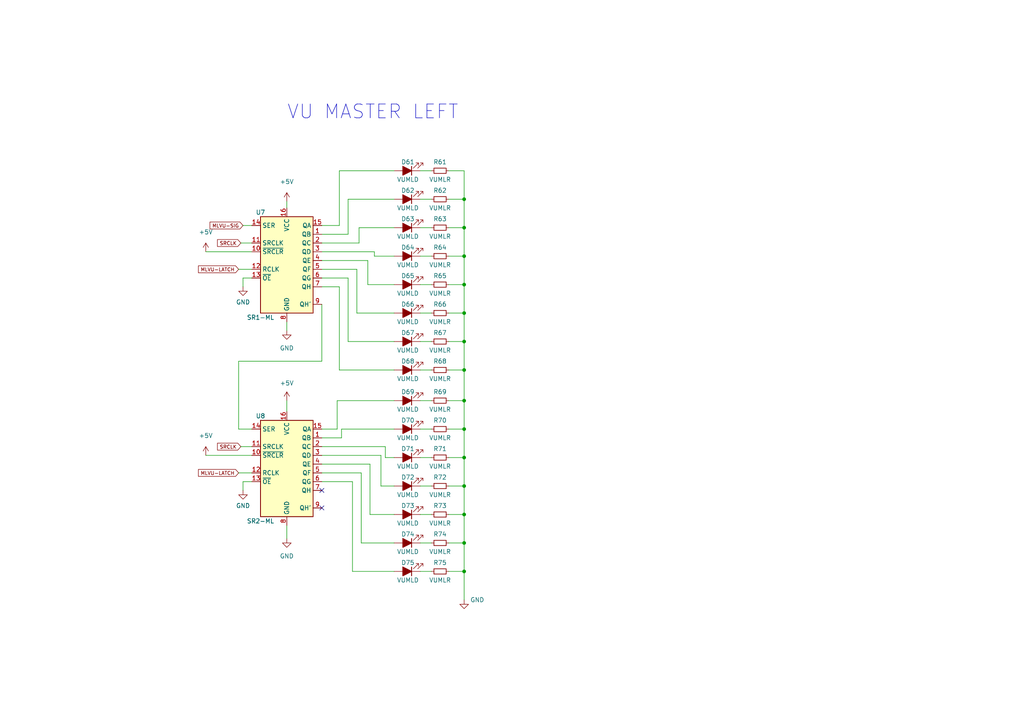
<source format=kicad_sch>
(kicad_sch (version 20210621) (generator eeschema)
  (paper "A4")
  (lib_symbols
    (symbol "74xx:74HC595"
      (property "Reference" "U" (at -7.62 13.97 0))
      (property "Value" "74HC595" (at -7.62 -16.51 0))
      (symbol "74HC595_1_0"
        (pin tri_state line (at 10.16 7.62 180) (length 2.54) (name "QB") (number "1"))
        (pin input line (at -10.16 2.54 0) (length 2.54) (name "~{SRCLR}") (number "10"))
        (pin input line (at -10.16 5.08 0) (length 2.54) (name "SRCLK") (number "11"))
        (pin input line (at -10.16 -2.54 0) (length 2.54) (name "RCLK") (number "12"))
        (pin input line (at -10.16 -5.08 0) (length 2.54) (name "~{OE}") (number "13"))
        (pin input line (at -10.16 10.16 0) (length 2.54) (name "SER") (number "14"))
        (pin tri_state line (at 10.16 10.16 180) (length 2.54) (name "QA") (number "15"))
        (pin power_in line (at 0 15.24 270) (length 2.54) (name "VCC") (number "16"))
        (pin tri_state line (at 10.16 5.08 180) (length 2.54) (name "QC") (number "2"))
        (pin tri_state line (at 10.16 2.54 180) (length 2.54) (name "QD") (number "3"))
        (pin tri_state line (at 10.16 0 180) (length 2.54) (name "QE") (number "4"))
        (pin tri_state line (at 10.16 -2.54 180) (length 2.54) (name "QF") (number "5"))
        (pin tri_state line (at 10.16 -5.08 180) (length 2.54) (name "QG") (number "6"))
        (pin tri_state line (at 10.16 -7.62 180) (length 2.54) (name "QH") (number "7"))
        (pin power_in line (at 0 -17.78 90) (length 2.54) (name "GND") (number "8"))
        (pin output line (at 10.16 -12.7 180) (length 2.54) (name "QH'") (number "9"))
      )
      (symbol "74HC595_1_1"
        (rectangle (start -7.62 12.7) (end 7.62 -15.24) (stroke (width 0.254)) (fill (type background)))
      )
    )
    (symbol "Device:LED_Filled" (pin_numbers hide) (pin_names (offset 1.016) hide)
      (property "Reference" "D" (at 0 2.54 0))
      (property "Value" "LED_Filled" (at 0 -2.54 0))
      (symbol "LED_Filled_0_1"
        (polyline (pts (xy -1.27 -1.27) (xy -1.27 1.27)) (stroke (width 0.254)))
        (polyline (pts (xy -1.27 0) (xy 1.27 0)))
        (polyline (pts (xy -3.048 -0.762) (xy -4.572 -2.286) (xy -3.81 -2.286) (xy -4.572 -2.286) (xy -4.572 -1.524)))
        (polyline (pts (xy -1.778 -0.762) (xy -3.302 -2.286) (xy -2.54 -2.286) (xy -3.302 -2.286) (xy -3.302 -1.524)))
        (polyline (pts (xy 1.27 -1.27) (xy 1.27 1.27) (xy -1.27 0) (xy 1.27 -1.27)) (stroke (width 0.254)) (fill (type outline)))
      )
      (symbol "LED_Filled_1_1"
        (pin passive line (at -3.81 0 0) (length 2.54) (name "K") (number "1"))
        (pin passive line (at 3.81 0 180) (length 2.54) (name "A") (number "2"))
      )
    )
    (symbol "Device:R_Small" (pin_numbers hide) (pin_names (offset 0.254) hide)
      (property "Reference" "R" (at 0.762 0.508 0))
      (property "Value" "R_Small" (at 0.762 -1.016 0))
      (symbol "R_Small_0_1"
        (rectangle (start -0.762 1.778) (end 0.762 -1.778) (stroke (width 0.2032)))
      )
      (symbol "R_Small_1_1"
        (pin passive line (at 0 2.54 270) (length 0.762) (name "~") (number "1"))
        (pin passive line (at 0 -2.54 90) (length 0.762) (name "~") (number "2"))
      )
    )
    (symbol "power:+5V" (power) (pin_names (offset 0))
      (property "Value" "+5V" (at 0 3.556 0))
      (symbol "+5V_0_1"
        (polyline (pts (xy -0.762 1.27) (xy 0 2.54)))
        (polyline (pts (xy 0 0) (xy 0 2.54)))
        (polyline (pts (xy 0 2.54) (xy 0.762 1.27)))
      )
      (symbol "+5V_1_1"
        (pin power_in line (at 0 0 90) (length 0) hide (name "+5V") (number "1"))
      )
    )
    (symbol "power:GND" (power) (pin_names (offset 0))
      (property "Value" "GND" (at 0 -3.81 0))
      (symbol "GND_0_1"
        (polyline (pts (xy 0 0) (xy 0 -1.27) (xy 1.27 -1.27) (xy 0 -2.54) (xy -1.27 -1.27) (xy 0 -1.27)))
      )
      (symbol "GND_1_1"
        (pin power_in line (at 0 0 270) (length 0) hide (name "GND") (number "1"))
      )
    )
  )
  (junction (at 134.62 57.785))
  (junction (at 134.62 66.04))
  (junction (at 134.62 74.295))
  (junction (at 134.62 82.55))
  (junction (at 134.62 90.805))
  (junction (at 134.62 99.06))
  (junction (at 134.62 107.315))
  (junction (at 134.62 116.205))
  (junction (at 134.62 124.46))
  (junction (at 134.62 132.715))
  (junction (at 134.62 140.97))
  (junction (at 134.62 149.225))
  (junction (at 134.62 157.48))
  (junction (at 134.62 165.735))
  (no_connect (at 93.345 142.24))
  (no_connect (at 93.345 147.32))
  (wire (pts (xy 59.69 73.025) (xy 73.025 73.025)))
  (wire (pts (xy 59.69 132.08) (xy 73.025 132.08)))
  (wire (pts (xy 69.215 78.105) (xy 73.025 78.105)))
  (wire (pts (xy 69.215 104.775) (xy 69.215 124.46)))
  (wire (pts (xy 69.215 124.46) (xy 73.025 124.46)))
  (wire (pts (xy 69.215 137.16) (xy 73.025 137.16)))
  (wire (pts (xy 69.85 70.485) (xy 73.025 70.485)))
  (wire (pts (xy 69.85 129.54) (xy 73.025 129.54)))
  (wire (pts (xy 70.485 65.405) (xy 73.025 65.405)))
  (wire (pts (xy 70.485 80.645) (xy 73.025 80.645)))
  (wire (pts (xy 70.485 83.185) (xy 70.485 80.645)))
  (wire (pts (xy 70.485 139.7) (xy 73.025 139.7)))
  (wire (pts (xy 70.485 142.24) (xy 70.485 139.7)))
  (wire (pts (xy 83.185 58.42) (xy 83.185 60.325)))
  (wire (pts (xy 83.185 93.345) (xy 83.185 95.885)))
  (wire (pts (xy 83.185 116.205) (xy 83.185 119.38)))
  (wire (pts (xy 83.185 152.4) (xy 83.185 156.21)))
  (wire (pts (xy 93.345 67.945) (xy 100.965 67.945)))
  (wire (pts (xy 93.345 70.485) (xy 104.14 70.485)))
  (wire (pts (xy 93.345 73.025) (xy 108.585 73.025)))
  (wire (pts (xy 93.345 75.565) (xy 106.68 75.565)))
  (wire (pts (xy 93.345 78.105) (xy 103.505 78.105)))
  (wire (pts (xy 93.345 80.645) (xy 100.965 80.645)))
  (wire (pts (xy 93.345 83.185) (xy 98.425 83.185)))
  (wire (pts (xy 93.345 88.265) (xy 93.345 104.775)))
  (wire (pts (xy 93.345 104.775) (xy 69.215 104.775)))
  (wire (pts (xy 93.345 129.54) (xy 111.76 129.54)))
  (wire (pts (xy 93.345 132.08) (xy 110.49 132.08)))
  (wire (pts (xy 93.345 137.16) (xy 104.775 137.16)))
  (wire (pts (xy 93.345 139.7) (xy 102.235 139.7)))
  (wire (pts (xy 97.79 116.205) (xy 97.79 124.46)))
  (wire (pts (xy 97.79 124.46) (xy 93.345 124.46)))
  (wire (pts (xy 98.425 49.53) (xy 98.425 65.405)))
  (wire (pts (xy 98.425 65.405) (xy 93.345 65.405)))
  (wire (pts (xy 98.425 83.185) (xy 98.425 107.315)))
  (wire (pts (xy 98.425 107.315) (xy 114.3 107.315)))
  (wire (pts (xy 99.06 124.46) (xy 99.06 127)))
  (wire (pts (xy 99.06 127) (xy 93.345 127)))
  (wire (pts (xy 100.965 57.785) (xy 114.3 57.785)))
  (wire (pts (xy 100.965 67.945) (xy 100.965 57.785)))
  (wire (pts (xy 100.965 80.645) (xy 100.965 99.06)))
  (wire (pts (xy 100.965 99.06) (xy 114.3 99.06)))
  (wire (pts (xy 102.235 139.7) (xy 102.235 165.735)))
  (wire (pts (xy 102.235 165.735) (xy 114.3 165.735)))
  (wire (pts (xy 103.505 78.105) (xy 103.505 90.805)))
  (wire (pts (xy 103.505 90.805) (xy 114.3 90.805)))
  (wire (pts (xy 104.14 66.04) (xy 114.3 66.04)))
  (wire (pts (xy 104.14 70.485) (xy 104.14 66.04)))
  (wire (pts (xy 104.775 137.16) (xy 104.775 157.48)))
  (wire (pts (xy 104.775 157.48) (xy 114.3 157.48)))
  (wire (pts (xy 106.68 75.565) (xy 106.68 82.55)))
  (wire (pts (xy 106.68 82.55) (xy 114.3 82.55)))
  (wire (pts (xy 107.315 134.62) (xy 93.345 134.62)))
  (wire (pts (xy 107.315 149.225) (xy 107.315 134.62)))
  (wire (pts (xy 108.585 73.025) (xy 108.585 74.295)))
  (wire (pts (xy 108.585 74.295) (xy 114.3 74.295)))
  (wire (pts (xy 110.49 132.08) (xy 110.49 140.97)))
  (wire (pts (xy 110.49 140.97) (xy 114.3 140.97)))
  (wire (pts (xy 111.76 129.54) (xy 111.76 132.715)))
  (wire (pts (xy 111.76 132.715) (xy 114.3 132.715)))
  (wire (pts (xy 114.3 49.53) (xy 98.425 49.53)))
  (wire (pts (xy 114.3 116.205) (xy 97.79 116.205)))
  (wire (pts (xy 114.3 124.46) (xy 99.06 124.46)))
  (wire (pts (xy 114.3 149.225) (xy 107.315 149.225)))
  (wire (pts (xy 121.92 49.53) (xy 125.095 49.53)))
  (wire (pts (xy 121.92 57.785) (xy 125.095 57.785)))
  (wire (pts (xy 121.92 66.04) (xy 125.095 66.04)))
  (wire (pts (xy 121.92 74.295) (xy 125.095 74.295)))
  (wire (pts (xy 121.92 82.55) (xy 125.095 82.55)))
  (wire (pts (xy 121.92 90.805) (xy 125.095 90.805)))
  (wire (pts (xy 121.92 99.06) (xy 125.095 99.06)))
  (wire (pts (xy 121.92 107.315) (xy 125.095 107.315)))
  (wire (pts (xy 121.92 116.205) (xy 125.095 116.205)))
  (wire (pts (xy 121.92 124.46) (xy 125.095 124.46)))
  (wire (pts (xy 121.92 132.715) (xy 125.095 132.715)))
  (wire (pts (xy 121.92 140.97) (xy 125.095 140.97)))
  (wire (pts (xy 121.92 149.225) (xy 125.095 149.225)))
  (wire (pts (xy 121.92 157.48) (xy 125.095 157.48)))
  (wire (pts (xy 121.92 165.735) (xy 125.095 165.735)))
  (wire (pts (xy 130.175 49.53) (xy 134.62 49.53)))
  (wire (pts (xy 130.175 57.785) (xy 134.62 57.785)))
  (wire (pts (xy 130.175 66.04) (xy 134.62 66.04)))
  (wire (pts (xy 130.175 74.295) (xy 134.62 74.295)))
  (wire (pts (xy 130.175 82.55) (xy 134.62 82.55)))
  (wire (pts (xy 130.175 90.805) (xy 134.62 90.805)))
  (wire (pts (xy 130.175 99.06) (xy 134.62 99.06)))
  (wire (pts (xy 130.175 107.315) (xy 134.62 107.315)))
  (wire (pts (xy 130.175 116.205) (xy 134.62 116.205)))
  (wire (pts (xy 130.175 124.46) (xy 134.62 124.46)))
  (wire (pts (xy 130.175 132.715) (xy 134.62 132.715)))
  (wire (pts (xy 130.175 140.97) (xy 134.62 140.97)))
  (wire (pts (xy 130.175 149.225) (xy 134.62 149.225)))
  (wire (pts (xy 130.175 157.48) (xy 134.62 157.48)))
  (wire (pts (xy 130.175 165.735) (xy 134.62 165.735)))
  (wire (pts (xy 134.62 49.53) (xy 134.62 57.785)))
  (wire (pts (xy 134.62 57.785) (xy 134.62 66.04)))
  (wire (pts (xy 134.62 66.04) (xy 134.62 74.295)))
  (wire (pts (xy 134.62 74.295) (xy 134.62 82.55)))
  (wire (pts (xy 134.62 82.55) (xy 134.62 90.805)))
  (wire (pts (xy 134.62 90.805) (xy 134.62 99.06)))
  (wire (pts (xy 134.62 99.06) (xy 134.62 107.315)))
  (wire (pts (xy 134.62 107.315) (xy 134.62 116.205)))
  (wire (pts (xy 134.62 116.205) (xy 134.62 124.46)))
  (wire (pts (xy 134.62 124.46) (xy 134.62 132.715)))
  (wire (pts (xy 134.62 132.715) (xy 134.62 140.97)))
  (wire (pts (xy 134.62 140.97) (xy 134.62 149.225)))
  (wire (pts (xy 134.62 149.225) (xy 134.62 157.48)))
  (wire (pts (xy 134.62 157.48) (xy 134.62 165.735)))
  (wire (pts (xy 134.62 165.735) (xy 134.62 173.99)))
  (text "VU MASTER LEFT" (at 83.185 34.925 0) (effects (font (size 4.016 4.016)) (justify left bottom)))
  (global_label "MLVU-LATCH" (shape input) (at 69.215 78.105 180) (effects (font (size 1.016 1.016))) (property "Intersheet References" "${INTERSHEET_REFS}" (effects hide)))
  (global_label "MLVU-LATCH" (shape input) (at 69.215 137.16 180) (effects (font (size 1.016 1.016))) (property "Intersheet References" "${INTERSHEET_REFS}" (effects hide)))
  (global_label "SRCLK" (shape input) (at 69.85 70.485 180) (effects (font (size 1.016 1.016))) (property "Intersheet References" "${INTERSHEET_REFS}" (effects hide)))
  (global_label "SRCLK" (shape input) (at 69.85 129.54 180) (effects (font (size 1.016 1.016))) (property "Intersheet References" "${INTERSHEET_REFS}" (effects hide)))
  (global_label "MLVU-SIG" (shape input) (at 70.485 65.405 180) (effects (font (size 1.016 1.016))) (property "Intersheet References" "${INTERSHEET_REFS}" (effects hide)))
  (symbol (lib_id "power:+5V") (at 59.69 73.025 0) (unit 1)
    (property "Reference" "#PWR0117" (effects hide))
    (property "Value" "+5V" (at 59.69 67.31 0))
  )
  (symbol (lib_id "power:+5V") (at 59.69 132.08 0) (unit 1)
    (property "Reference" "#PWR0118" (effects hide))
    (property "Value" "+5V" (at 59.69 126.365 0))
  )
  (symbol (lib_id "power:+5V") (at 83.185 58.42 0) (unit 1)
    (property "Reference" "#PWR0121" (effects hide))
    (property "Value" "+5V" (at 83.185 52.705 0))
  )
  (symbol (lib_id "power:+5V") (at 83.185 116.205 0) (unit 1)
    (property "Reference" "#PWR0123" (effects hide))
    (property "Value" "+5V" (at 83.185 111.125 0))
  )
  (symbol (lib_id "power:GND") (at 70.485 83.185 0) (unit 1)
    (property "Reference" "#PWR0119" (effects hide))
    (property "Value" "GND" (at 70.485 87.63 0))
  )
  (symbol (lib_id "power:GND") (at 70.485 142.24 0) (unit 1)
    (property "Reference" "#PWR0120" (effects hide))
    (property "Value" "GND" (at 70.485 146.685 0))
  )
  (symbol (lib_id "power:GND") (at 83.185 95.885 0) (unit 1)
    (property "Reference" "#PWR0122" (effects hide))
    (property "Value" "GND" (at 83.185 100.965 0))
  )
  (symbol (lib_id "power:GND") (at 83.185 156.21 0) (unit 1)
    (property "Reference" "#PWR0124" (effects hide))
    (property "Value" "GND" (at 83.185 161.29 0))
  )
  (symbol (lib_id "power:GND") (at 134.62 173.99 0) (unit 1)
    (property "Reference" "#PWR0125" (effects hide))
    (property "Value" "GND" (at 138.43 173.99 0))
  )
  (symbol (lib_id "Device:R_Small") (at 127.635 49.53 270) (unit 1)
    (property "Reference" "R61" (at 127.635 46.99 90))
    (property "Value" "VUMLR" (at 127.635 52.07 90))
    (property "Footprint" "Library:R_1206_3216Metric_Pad1.30x1.75mm_HandSolder" (effects hide))
  )
  (symbol (lib_id "Device:R_Small") (at 127.635 57.785 270) (unit 1)
    (property "Reference" "R62" (at 127.635 55.245 90))
    (property "Value" "VUMLR" (at 127.635 60.325 90))
    (property "Footprint" "Library:R_1206_3216Metric_Pad1.30x1.75mm_HandSolder" (effects hide))
  )
  (symbol (lib_id "Device:R_Small") (at 127.635 66.04 270) (unit 1)
    (property "Reference" "R63" (at 127.635 63.5 90))
    (property "Value" "VUMLR" (at 127.635 68.58 90))
    (property "Footprint" "Library:R_1206_3216Metric_Pad1.30x1.75mm_HandSolder" (effects hide))
  )
  (symbol (lib_id "Device:R_Small") (at 127.635 74.295 270) (unit 1)
    (property "Reference" "R64" (at 127.635 71.755 90))
    (property "Value" "VUMLR" (at 127.635 76.835 90))
    (property "Footprint" "Library:R_1206_3216Metric_Pad1.30x1.75mm_HandSolder" (effects hide))
  )
  (symbol (lib_id "Device:R_Small") (at 127.635 82.55 270) (unit 1)
    (property "Reference" "R65" (at 127.635 80.01 90))
    (property "Value" "VUMLR" (at 127.635 85.09 90))
    (property "Footprint" "Library:R_1206_3216Metric_Pad1.30x1.75mm_HandSolder" (effects hide))
  )
  (symbol (lib_id "Device:R_Small") (at 127.635 90.805 270) (unit 1)
    (property "Reference" "R66" (at 127.635 88.265 90))
    (property "Value" "VUMLR" (at 127.635 93.345 90))
    (property "Footprint" "Library:R_1206_3216Metric_Pad1.30x1.75mm_HandSolder" (effects hide))
  )
  (symbol (lib_id "Device:R_Small") (at 127.635 99.06 270) (unit 1)
    (property "Reference" "R67" (at 127.635 96.52 90))
    (property "Value" "VUMLR" (at 127.635 101.6 90))
    (property "Footprint" "Library:R_1206_3216Metric_Pad1.30x1.75mm_HandSolder" (effects hide))
  )
  (symbol (lib_id "Device:R_Small") (at 127.635 107.315 270) (unit 1)
    (property "Reference" "R68" (at 127.635 104.775 90))
    (property "Value" "VUMLR" (at 127.635 109.855 90))
    (property "Footprint" "Library:R_1206_3216Metric_Pad1.30x1.75mm_HandSolder" (effects hide))
  )
  (symbol (lib_id "Device:R_Small") (at 127.635 116.205 270) (unit 1)
    (property "Reference" "R69" (at 127.635 113.665 90))
    (property "Value" "VUMLR" (at 127.635 118.745 90))
    (property "Footprint" "Library:R_1206_3216Metric_Pad1.30x1.75mm_HandSolder" (effects hide))
  )
  (symbol (lib_id "Device:R_Small") (at 127.635 124.46 270) (unit 1)
    (property "Reference" "R70" (at 127.635 121.92 90))
    (property "Value" "VUMLR" (at 127.635 127 90))
    (property "Footprint" "Library:R_1206_3216Metric_Pad1.30x1.75mm_HandSolder" (effects hide))
  )
  (symbol (lib_id "Device:R_Small") (at 127.635 132.715 270) (unit 1)
    (property "Reference" "R71" (at 127.635 130.175 90))
    (property "Value" "VUMLR" (at 127.635 135.255 90))
    (property "Footprint" "Library:R_1206_3216Metric_Pad1.30x1.75mm_HandSolder" (effects hide))
  )
  (symbol (lib_id "Device:R_Small") (at 127.635 140.97 270) (unit 1)
    (property "Reference" "R72" (at 127.635 138.43 90))
    (property "Value" "VUMLR" (at 127.635 143.51 90))
    (property "Footprint" "Library:R_1206_3216Metric_Pad1.30x1.75mm_HandSolder" (effects hide))
  )
  (symbol (lib_id "Device:R_Small") (at 127.635 149.225 270) (unit 1)
    (property "Reference" "R73" (at 127.635 146.685 90))
    (property "Value" "VUMLR" (at 127.635 151.765 90))
    (property "Footprint" "Library:R_1206_3216Metric_Pad1.30x1.75mm_HandSolder" (effects hide))
  )
  (symbol (lib_id "Device:R_Small") (at 127.635 157.48 270) (unit 1)
    (property "Reference" "R74" (at 127.635 154.94 90))
    (property "Value" "VUMLR" (at 127.635 160.02 90))
    (property "Footprint" "Library:R_1206_3216Metric_Pad1.30x1.75mm_HandSolder" (effects hide))
  )
  (symbol (lib_id "Device:R_Small") (at 127.635 165.735 270) (unit 1)
    (property "Reference" "R75" (at 127.635 163.195 90))
    (property "Value" "VUMLR" (at 127.635 168.275 90))
    (property "Footprint" "Library:R_1206_3216Metric_Pad1.30x1.75mm_HandSolder" (effects hide))
  )
  (symbol (lib_id "Device:LED_Filled") (at 118.11 49.53 180) (unit 1)
    (property "Reference" "D61" (at 118.3005 46.99 0))
    (property "Value" "VUMLD" (at 118.3005 52.07 0))
    (property "Footprint" "Library:LED_GREEN" (effects hide))
  )
  (symbol (lib_id "Device:LED_Filled") (at 118.11 57.785 180) (unit 1)
    (property "Reference" "D62" (at 118.3005 55.245 0))
    (property "Value" "VUMLD" (at 118.3005 60.325 0))
    (property "Footprint" "Library:LED_GREEN" (effects hide))
  )
  (symbol (lib_id "Device:LED_Filled") (at 118.11 66.04 180) (unit 1)
    (property "Reference" "D63" (at 118.3005 63.5 0))
    (property "Value" "VUMLD" (at 118.3005 68.58 0))
    (property "Footprint" "Library:LED_GREEN" (effects hide))
  )
  (symbol (lib_id "Device:LED_Filled") (at 118.11 74.295 180) (unit 1)
    (property "Reference" "D64" (at 118.3005 71.755 0))
    (property "Value" "VUMLD" (at 118.3005 76.835 0))
    (property "Footprint" "Library:LED_GREEN" (effects hide))
  )
  (symbol (lib_id "Device:LED_Filled") (at 118.11 82.55 180) (unit 1)
    (property "Reference" "D65" (at 118.3005 80.01 0))
    (property "Value" "VUMLD" (at 118.3005 85.09 0))
    (property "Footprint" "Library:LED_GREEN" (effects hide))
  )
  (symbol (lib_id "Device:LED_Filled") (at 118.11 90.805 180) (unit 1)
    (property "Reference" "D66" (at 118.3005 88.265 0))
    (property "Value" "VUMLD" (at 118.3005 93.345 0))
    (property "Footprint" "Library:LED_GREEN" (effects hide))
  )
  (symbol (lib_id "Device:LED_Filled") (at 118.11 99.06 180) (unit 1)
    (property "Reference" "D67" (at 118.3005 96.52 0))
    (property "Value" "VUMLD" (at 118.3005 101.6 0))
    (property "Footprint" "Library:LED_GREEN" (effects hide))
  )
  (symbol (lib_id "Device:LED_Filled") (at 118.11 107.315 180) (unit 1)
    (property "Reference" "D68" (at 118.3005 104.775 0))
    (property "Value" "VUMLD" (at 118.3005 109.855 0))
    (property "Footprint" "Library:LED_GREEN" (effects hide))
  )
  (symbol (lib_id "Device:LED_Filled") (at 118.11 116.205 180) (unit 1)
    (property "Reference" "D69" (at 118.3005 113.665 0))
    (property "Value" "VUMLD" (at 118.3005 118.745 0))
    (property "Footprint" "Library:LED_GREEN" (effects hide))
  )
  (symbol (lib_id "Device:LED_Filled") (at 118.11 124.46 180) (unit 1)
    (property "Reference" "D70" (at 118.3005 121.92 0))
    (property "Value" "VUMLD" (at 118.3005 127 0))
    (property "Footprint" "Library:LED_GREEN" (effects hide))
  )
  (symbol (lib_id "Device:LED_Filled") (at 118.11 132.715 180) (unit 1)
    (property "Reference" "D71" (at 118.3005 130.175 0))
    (property "Value" "VUMLD" (at 118.3005 135.255 0))
    (property "Footprint" "Library:LED_GREEN" (effects hide))
  )
  (symbol (lib_id "Device:LED_Filled") (at 118.11 140.97 180) (unit 1)
    (property "Reference" "D72" (at 118.3005 138.43 0))
    (property "Value" "VUMLD" (at 118.3005 143.51 0))
    (property "Footprint" "Library:LED_GREEN" (effects hide))
  )
  (symbol (lib_id "Device:LED_Filled") (at 118.11 149.225 180) (unit 1)
    (property "Reference" "D73" (at 118.3005 146.685 0))
    (property "Value" "VUMLD" (at 118.3005 151.765 0))
    (property "Footprint" "Library:LED_GREEN" (effects hide))
  )
  (symbol (lib_id "Device:LED_Filled") (at 118.11 157.48 180) (unit 1)
    (property "Reference" "D74" (at 118.3005 154.94 0))
    (property "Value" "VUMLD" (at 118.3005 160.02 0))
    (property "Footprint" "Library:LED_GREEN" (effects hide))
  )
  (symbol (lib_id "Device:LED_Filled") (at 118.11 165.735 180) (unit 1)
    (property "Reference" "D75" (at 118.3005 163.195 0))
    (property "Value" "VUMLD" (at 118.3005 168.275 0))
    (property "Footprint" "Library:LED_GREEN" (effects hide))
  )
  (symbol (lib_id "74xx:74HC595") (at 83.185 75.565 0) (unit 1)
    (property "Reference" "U7" (at 75.565 61.595 0))
    (property "Value" "SR1-ML" (at 75.565 92.075 0))
    (property "Datasheet" "http://www.ti.com/lit/ds/symlink/sn74hc595.pdf" (effects hide))
  )
  (symbol (lib_id "74xx:74HC595") (at 83.185 134.62 0) (unit 1)
    (property "Reference" "U8" (at 75.565 120.65 0))
    (property "Value" "SR2-ML" (at 75.565 151.13 0))
    (property "Datasheet" "http://www.ti.com/lit/ds/symlink/sn74hc595.pdf" (effects hide))
  )
)
</source>
